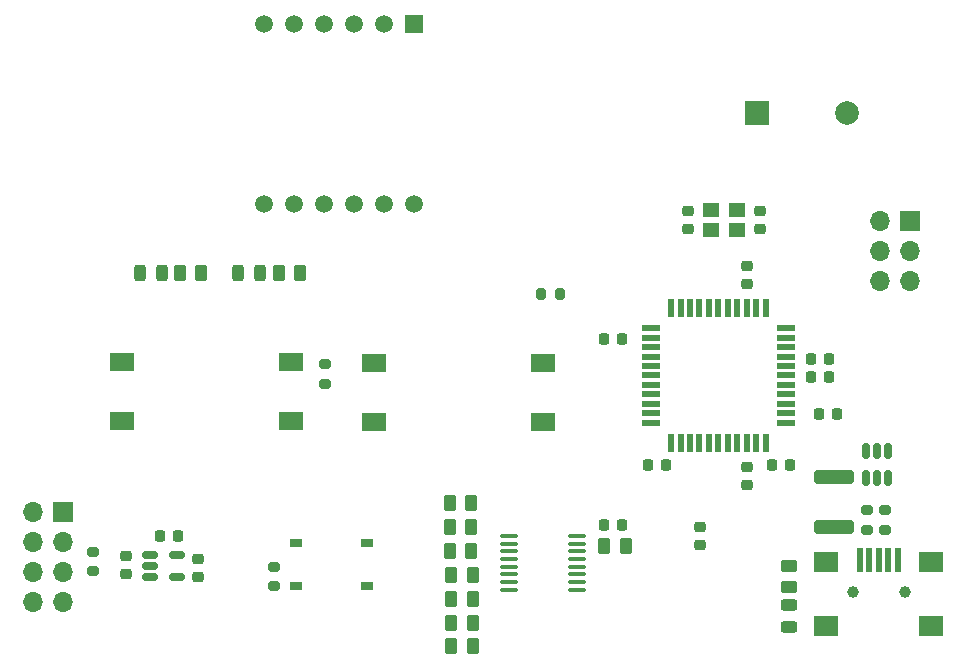
<source format=gbr>
%TF.GenerationSoftware,KiCad,Pcbnew,(7.0.0)*%
%TF.CreationDate,2023-04-20T12:18:01-06:00*%
%TF.ProjectId,Phase_B_PCB_Prototype,50686173-655f-4425-9f50-43425f50726f,rev?*%
%TF.SameCoordinates,Original*%
%TF.FileFunction,Soldermask,Top*%
%TF.FilePolarity,Negative*%
%FSLAX46Y46*%
G04 Gerber Fmt 4.6, Leading zero omitted, Abs format (unit mm)*
G04 Created by KiCad (PCBNEW (7.0.0)) date 2023-04-20 12:18:01*
%MOMM*%
%LPD*%
G01*
G04 APERTURE LIST*
G04 Aperture macros list*
%AMRoundRect*
0 Rectangle with rounded corners*
0 $1 Rounding radius*
0 $2 $3 $4 $5 $6 $7 $8 $9 X,Y pos of 4 corners*
0 Add a 4 corners polygon primitive as box body*
4,1,4,$2,$3,$4,$5,$6,$7,$8,$9,$2,$3,0*
0 Add four circle primitives for the rounded corners*
1,1,$1+$1,$2,$3*
1,1,$1+$1,$4,$5*
1,1,$1+$1,$6,$7*
1,1,$1+$1,$8,$9*
0 Add four rect primitives between the rounded corners*
20,1,$1+$1,$2,$3,$4,$5,0*
20,1,$1+$1,$4,$5,$6,$7,0*
20,1,$1+$1,$6,$7,$8,$9,0*
20,1,$1+$1,$8,$9,$2,$3,0*%
G04 Aperture macros list end*
%ADD10RoundRect,0.225000X-0.250000X0.225000X-0.250000X-0.225000X0.250000X-0.225000X0.250000X0.225000X0*%
%ADD11R,1.000000X0.700000*%
%ADD12RoundRect,0.225000X-0.225000X-0.250000X0.225000X-0.250000X0.225000X0.250000X-0.225000X0.250000X0*%
%ADD13R,1.400000X1.200000*%
%ADD14RoundRect,0.250000X0.262500X0.450000X-0.262500X0.450000X-0.262500X-0.450000X0.262500X-0.450000X0*%
%ADD15C,1.500000*%
%ADD16R,1.500000X1.500000*%
%ADD17R,2.000000X2.000000*%
%ADD18C,2.000000*%
%ADD19RoundRect,0.150000X-0.512500X-0.150000X0.512500X-0.150000X0.512500X0.150000X-0.512500X0.150000X0*%
%ADD20O,1.700000X1.700000*%
%ADD21R,1.700000X1.700000*%
%ADD22RoundRect,0.225000X0.225000X0.250000X-0.225000X0.250000X-0.225000X-0.250000X0.225000X-0.250000X0*%
%ADD23RoundRect,0.200000X-0.275000X0.200000X-0.275000X-0.200000X0.275000X-0.200000X0.275000X0.200000X0*%
%ADD24R,1.500000X0.550000*%
%ADD25R,0.550000X1.500000*%
%ADD26RoundRect,0.250000X-0.262500X-0.450000X0.262500X-0.450000X0.262500X0.450000X-0.262500X0.450000X0*%
%ADD27RoundRect,0.200000X-0.200000X-0.275000X0.200000X-0.275000X0.200000X0.275000X-0.200000X0.275000X0*%
%ADD28RoundRect,0.243750X-0.243750X-0.456250X0.243750X-0.456250X0.243750X0.456250X-0.243750X0.456250X0*%
%ADD29RoundRect,0.150000X0.150000X-0.512500X0.150000X0.512500X-0.150000X0.512500X-0.150000X-0.512500X0*%
%ADD30RoundRect,0.225000X0.250000X-0.225000X0.250000X0.225000X-0.250000X0.225000X-0.250000X-0.225000X0*%
%ADD31RoundRect,0.243750X0.456250X-0.243750X0.456250X0.243750X-0.456250X0.243750X-0.456250X-0.243750X0*%
%ADD32RoundRect,0.200000X0.275000X-0.200000X0.275000X0.200000X-0.275000X0.200000X-0.275000X-0.200000X0*%
%ADD33R,2.000000X1.500000*%
%ADD34RoundRect,0.250000X1.450000X-0.312500X1.450000X0.312500X-1.450000X0.312500X-1.450000X-0.312500X0*%
%ADD35RoundRect,0.250000X-0.450000X0.262500X-0.450000X-0.262500X0.450000X-0.262500X0.450000X0.262500X0*%
%ADD36RoundRect,0.100000X-0.637500X-0.100000X0.637500X-0.100000X0.637500X0.100000X-0.637500X0.100000X0*%
%ADD37R,2.000000X1.700000*%
%ADD38R,0.500000X2.000000*%
%ADD39C,1.000000*%
G04 APERTURE END LIST*
D10*
%TO.C,C1*%
X136779000Y-81052000D03*
X136779000Y-82602000D03*
%TD*%
D11*
%TO.C,S3*%
X103456999Y-112847999D03*
X103456999Y-109147999D03*
X97456999Y-112847999D03*
X97456999Y-109147999D03*
%TD*%
D12*
%TO.C,C15*%
X123558000Y-107696000D03*
X125108000Y-107696000D03*
%TD*%
D10*
%TO.C,C14*%
X83058000Y-110284000D03*
X83058000Y-111834000D03*
%TD*%
D13*
%TO.C,Y1*%
X132630999Y-82676999D03*
X134830999Y-82676999D03*
X134830999Y-80976999D03*
X132630999Y-80976999D03*
%TD*%
D14*
%TO.C,R12*%
X110593500Y-117885000D03*
X112418500Y-117885000D03*
%TD*%
%TO.C,R11*%
X110593500Y-115951000D03*
X112418500Y-115951000D03*
%TD*%
D15*
%TO.C,U1*%
X107442000Y-80518000D03*
X104902000Y-80518000D03*
X102362000Y-80518000D03*
X99822000Y-80518000D03*
X97282000Y-80518000D03*
X94742000Y-80518000D03*
X94742000Y-65278000D03*
X97282000Y-65278000D03*
X99822000Y-65278000D03*
X102362000Y-65278000D03*
X104902000Y-65278000D03*
D16*
X107441999Y-65277999D03*
%TD*%
D17*
%TO.C,LS1*%
X136534999Y-72770999D03*
D18*
X144135000Y-72771000D03*
%TD*%
D19*
%TO.C,U5*%
X85095500Y-110175000D03*
X85095500Y-111125000D03*
X85095500Y-112075000D03*
X87370500Y-112075000D03*
X87370500Y-110175000D03*
%TD*%
D14*
%TO.C,R9*%
X110593500Y-111887000D03*
X112418500Y-111887000D03*
%TD*%
D20*
%TO.C,J3*%
X75203999Y-114182999D03*
X77743999Y-114182999D03*
X75203999Y-111642999D03*
X77743999Y-111642999D03*
X75203999Y-109102999D03*
X77743999Y-109102999D03*
X75203999Y-106562999D03*
D21*
X77743999Y-106562999D03*
%TD*%
D22*
%TO.C,C13*%
X87510500Y-108585000D03*
X85960500Y-108585000D03*
%TD*%
D12*
%TO.C,C3*%
X141719000Y-98298000D03*
X143269000Y-98298000D03*
%TD*%
%TO.C,C10*%
X141084000Y-95123000D03*
X142634000Y-95123000D03*
%TD*%
D23*
%TO.C,R17*%
X80264000Y-111569000D03*
X80264000Y-109919000D03*
%TD*%
D24*
%TO.C,U3*%
X138922999Y-98995999D03*
X138922999Y-98195999D03*
X138922999Y-97395999D03*
X138922999Y-96595999D03*
X138922999Y-95795999D03*
X138922999Y-94995999D03*
X138922999Y-94195999D03*
X138922999Y-93395999D03*
X138922999Y-92595999D03*
X138922999Y-91795999D03*
X138922999Y-90995999D03*
D25*
X137222999Y-89295999D03*
X136422999Y-89295999D03*
X135622999Y-89295999D03*
X134822999Y-89295999D03*
X134022999Y-89295999D03*
X133222999Y-89295999D03*
X132422999Y-89295999D03*
X131622999Y-89295999D03*
X130822999Y-89295999D03*
X130022999Y-89295999D03*
X129222999Y-89295999D03*
D24*
X127522999Y-90995999D03*
X127522999Y-91795999D03*
X127522999Y-92595999D03*
X127522999Y-93395999D03*
X127522999Y-94195999D03*
X127522999Y-94995999D03*
X127522999Y-95795999D03*
X127522999Y-96595999D03*
X127522999Y-97395999D03*
X127522999Y-98195999D03*
X127522999Y-98995999D03*
D25*
X129222999Y-100695999D03*
X130022999Y-100695999D03*
X130822999Y-100695999D03*
X131622999Y-100695999D03*
X132422999Y-100695999D03*
X133222999Y-100695999D03*
X134022999Y-100695999D03*
X134822999Y-100695999D03*
X135622999Y-100695999D03*
X136422999Y-100695999D03*
X137222999Y-100695999D03*
%TD*%
D12*
%TO.C,C7*%
X141084000Y-93599000D03*
X142634000Y-93599000D03*
%TD*%
D26*
%TO.C,R5*%
X125372500Y-109474000D03*
X123547500Y-109474000D03*
%TD*%
D27*
%TO.C,R2*%
X118174000Y-88138000D03*
X119824000Y-88138000D03*
%TD*%
D28*
%TO.C,D2*%
X84231000Y-86360000D03*
X86106000Y-86360000D03*
%TD*%
D23*
%TO.C,R1*%
X99949000Y-94044000D03*
X99949000Y-95694000D03*
%TD*%
D10*
%TO.C,C11*%
X135636000Y-102730000D03*
X135636000Y-104280000D03*
%TD*%
D21*
%TO.C,J2*%
X149478999Y-81929999D03*
D20*
X146938999Y-81929999D03*
X149478999Y-84469999D03*
X146938999Y-84469999D03*
X149478999Y-87009999D03*
X146938999Y-87009999D03*
%TD*%
D29*
%TO.C,U4*%
X145730000Y-103694500D03*
X146680000Y-103694500D03*
X147630000Y-103694500D03*
X147630000Y-101419500D03*
X146680000Y-101419500D03*
X145730000Y-101419500D03*
%TD*%
D14*
%TO.C,R4*%
X89455000Y-86360000D03*
X87630000Y-86360000D03*
%TD*%
D30*
%TO.C,C12*%
X89148500Y-110538000D03*
X89148500Y-112088000D03*
%TD*%
D22*
%TO.C,C5*%
X128791000Y-102616000D03*
X127241000Y-102616000D03*
%TD*%
D31*
%TO.C,D3*%
X139187000Y-114446500D03*
X139187000Y-116321500D03*
%TD*%
D30*
%TO.C,C8*%
X135636000Y-87249000D03*
X135636000Y-85699000D03*
%TD*%
D28*
%TO.C,D1*%
X94397000Y-86360000D03*
X92522000Y-86360000D03*
%TD*%
D32*
%TO.C,R15*%
X147320000Y-106427000D03*
X147320000Y-108077000D03*
%TD*%
D33*
%TO.C,S1*%
X82765999Y-93892999D03*
X97065999Y-93892999D03*
X82765999Y-98892999D03*
X97065999Y-98892999D03*
%TD*%
D14*
%TO.C,R3*%
X95988500Y-86360000D03*
X97813500Y-86360000D03*
%TD*%
D34*
%TO.C,F1*%
X142997000Y-103594500D03*
X142997000Y-107869500D03*
%TD*%
D23*
%TO.C,R13*%
X95631000Y-111189000D03*
X95631000Y-112839000D03*
%TD*%
D22*
%TO.C,C6*%
X125108000Y-91948000D03*
X123558000Y-91948000D03*
%TD*%
D33*
%TO.C,S2*%
X104101999Y-93932999D03*
X118401999Y-93932999D03*
X104101999Y-98932999D03*
X118401999Y-98932999D03*
%TD*%
D14*
%TO.C,R7*%
X110490000Y-107823000D03*
X112315000Y-107823000D03*
%TD*%
D30*
%TO.C,C2*%
X130683000Y-82602000D03*
X130683000Y-81052000D03*
%TD*%
D35*
%TO.C,R14*%
X139187000Y-112935500D03*
X139187000Y-111110500D03*
%TD*%
D12*
%TO.C,C4*%
X137782000Y-102616000D03*
X139332000Y-102616000D03*
%TD*%
D10*
%TO.C,C9*%
X131699000Y-107810000D03*
X131699000Y-109360000D03*
%TD*%
D14*
%TO.C,R8*%
X110490000Y-109855000D03*
X112315000Y-109855000D03*
%TD*%
D36*
%TO.C,U2*%
X115501500Y-108596000D03*
X115501500Y-109246000D03*
X115501500Y-109896000D03*
X115501500Y-110546000D03*
X115501500Y-111196000D03*
X115501500Y-111846000D03*
X115501500Y-112496000D03*
X115501500Y-113146000D03*
X121226500Y-113146000D03*
X121226500Y-112496000D03*
X121226500Y-111846000D03*
X121226500Y-111196000D03*
X121226500Y-110546000D03*
X121226500Y-109896000D03*
X121226500Y-109246000D03*
X121226500Y-108596000D03*
%TD*%
D14*
%TO.C,R6*%
X110490000Y-105791000D03*
X112315000Y-105791000D03*
%TD*%
D37*
%TO.C,J1*%
X151256999Y-116201999D03*
X151256999Y-110751999D03*
X142356999Y-116201999D03*
X142356999Y-110751999D03*
D38*
X148406999Y-110651999D03*
X147606999Y-110651999D03*
X146806999Y-110651999D03*
X146006999Y-110651999D03*
X145206999Y-110651999D03*
D39*
X149007000Y-113352000D03*
X144607000Y-113352000D03*
%TD*%
D14*
%TO.C,R10*%
X110593500Y-113919000D03*
X112418500Y-113919000D03*
%TD*%
D32*
%TO.C,R16*%
X145796000Y-106427000D03*
X145796000Y-108077000D03*
%TD*%
M02*

</source>
